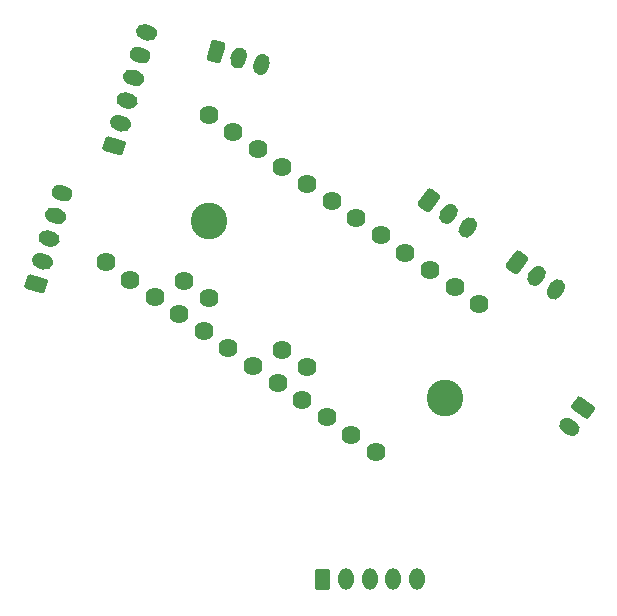
<source format=gbs>
%TF.GenerationSoftware,KiCad,Pcbnew,(5.1.6)-1*%
%TF.CreationDate,2020-06-08T00:51:22-04:00*%
%TF.ProjectId,THROTTLE_INNER_GRIP,5448524f-5454-44c4-955f-494e4e45525f,rev?*%
%TF.SameCoordinates,Original*%
%TF.FileFunction,Soldermask,Bot*%
%TF.FilePolarity,Negative*%
%FSLAX46Y46*%
G04 Gerber Fmt 4.6, Leading zero omitted, Abs format (unit mm)*
G04 Created by KiCad (PCBNEW (5.1.6)-1) date 2020-06-08 00:51:22*
%MOMM*%
%LPD*%
G01*
G04 APERTURE LIST*
%ADD10C,1.624000*%
%ADD11O,1.300000X1.850000*%
%ADD12C,3.100000*%
G04 APERTURE END LIST*
D10*
%TO.C,U1*%
X93303586Y-114337408D03*
X91222939Y-112880524D03*
X84981001Y-108509872D03*
X82900355Y-107052987D03*
X99128963Y-121517149D03*
X97048317Y-120060265D03*
X94967671Y-118603381D03*
X92887024Y-117146497D03*
X90806378Y-115689612D03*
X88725732Y-114232728D03*
X86645086Y-112775844D03*
X84564440Y-111318960D03*
X82483793Y-109862076D03*
X80403147Y-108405192D03*
X78322501Y-106948307D03*
X76241855Y-105491423D03*
X84983160Y-93007546D03*
X87063806Y-94464430D03*
X89144452Y-95921314D03*
X91225098Y-97378199D03*
X93305745Y-98835083D03*
X95386391Y-100291967D03*
X97467037Y-101748851D03*
X99547683Y-103205735D03*
X101628329Y-104662619D03*
X103708976Y-106119503D03*
X105789622Y-107576388D03*
X107870268Y-109033272D03*
%TD*%
%TO.C,COM1*%
G36*
G01*
X79803557Y-86719003D02*
X79274863Y-86567403D01*
G75*
G02*
X78829207Y-85763419I179164J624820D01*
G01*
X78829207Y-85763419D01*
G75*
G02*
X79633191Y-85317763I624820J-179164D01*
G01*
X80161885Y-85469363D01*
G75*
G02*
X80607541Y-86273347I-179164J-624820D01*
G01*
X80607541Y-86273347D01*
G75*
G02*
X79803557Y-86719003I-624820J179164D01*
G01*
G37*
G36*
G01*
X79252282Y-88641526D02*
X78723588Y-88489926D01*
G75*
G02*
X78277932Y-87685942I179164J624820D01*
G01*
X78277932Y-87685942D01*
G75*
G02*
X79081916Y-87240286I624820J-179164D01*
G01*
X79610610Y-87391886D01*
G75*
G02*
X80056266Y-88195870I-179164J-624820D01*
G01*
X80056266Y-88195870D01*
G75*
G02*
X79252282Y-88641526I-624820J179164D01*
G01*
G37*
G36*
G01*
X78701007Y-90564050D02*
X78172313Y-90412450D01*
G75*
G02*
X77726657Y-89608466I179164J624820D01*
G01*
X77726657Y-89608466D01*
G75*
G02*
X78530641Y-89162810I624820J-179164D01*
G01*
X79059335Y-89314410D01*
G75*
G02*
X79504991Y-90118394I-179164J-624820D01*
G01*
X79504991Y-90118394D01*
G75*
G02*
X78701007Y-90564050I-624820J179164D01*
G01*
G37*
G36*
G01*
X78149732Y-92486573D02*
X77621038Y-92334973D01*
G75*
G02*
X77175382Y-91530989I179164J624820D01*
G01*
X77175382Y-91530989D01*
G75*
G02*
X77979366Y-91085333I624820J-179164D01*
G01*
X78508060Y-91236933D01*
G75*
G02*
X78953716Y-92040917I-179164J-624820D01*
G01*
X78953716Y-92040917D01*
G75*
G02*
X78149732Y-92486573I-624820J179164D01*
G01*
G37*
G36*
G01*
X77598458Y-94409097D02*
X77069764Y-94257497D01*
G75*
G02*
X76624108Y-93453513I179164J624820D01*
G01*
X76624108Y-93453513D01*
G75*
G02*
X77428092Y-93007857I624820J-179164D01*
G01*
X77956786Y-93159457D01*
G75*
G02*
X78402442Y-93963441I-179164J-624820D01*
G01*
X78402442Y-93963441D01*
G75*
G02*
X77598458Y-94409097I-624820J179164D01*
G01*
G37*
G36*
G01*
X77411662Y-96436133D02*
X76154009Y-96075507D01*
G75*
G02*
X75968320Y-95740516I74651J260340D01*
G01*
X76177346Y-95011556D01*
G75*
G02*
X76512337Y-94825867I260340J-74651D01*
G01*
X77769991Y-95186493D01*
G75*
G02*
X77955680Y-95521484I-74651J-260340D01*
G01*
X77746654Y-96250444D01*
G75*
G02*
X77411663Y-96436133I-260340J74651D01*
G01*
G37*
%TD*%
%TO.C,SP1*%
G36*
G01*
X113686026Y-107632948D02*
X114001493Y-107182414D01*
G75*
G02*
X114906767Y-107022790I532449J-372825D01*
G01*
X114906767Y-107022790D01*
G75*
G02*
X115066391Y-107928064I-372825J-532449D01*
G01*
X114750923Y-108378598D01*
G75*
G02*
X113845649Y-108538222I-532449J372825D01*
G01*
X113845649Y-108538222D01*
G75*
G02*
X113686025Y-107632948I372825J532449D01*
G01*
G37*
G36*
G01*
X112047722Y-106485795D02*
X112363189Y-106035261D01*
G75*
G02*
X113268463Y-105875637I532449J-372825D01*
G01*
X113268463Y-105875637D01*
G75*
G02*
X113428087Y-106780911I-372825J-532449D01*
G01*
X113112619Y-107231445D01*
G75*
G02*
X112207345Y-107391069I-532449J372825D01*
G01*
X112207345Y-107391069D01*
G75*
G02*
X112047721Y-106485795I372825J532449D01*
G01*
G37*
G36*
G01*
X110191936Y-105649238D02*
X110942366Y-104577512D01*
G75*
G02*
X111319562Y-104511002I221853J-155343D01*
G01*
X111940755Y-104945966D01*
G75*
G02*
X112007265Y-105323162I-155343J-221853D01*
G01*
X111256834Y-106394888D01*
G75*
G02*
X110879638Y-106461398I-221853J155343D01*
G01*
X110258445Y-106026434D01*
G75*
G02*
X110191935Y-105649238I155343J221853D01*
G01*
G37*
%TD*%
%TO.C,CM1*%
G36*
G01*
X88742427Y-88817732D02*
X88894027Y-88289038D01*
G75*
G02*
X89698011Y-87843382I624820J-179164D01*
G01*
X89698011Y-87843382D01*
G75*
G02*
X90143667Y-88647366I-179164J-624820D01*
G01*
X89992067Y-89176060D01*
G75*
G02*
X89188083Y-89621716I-624820J179164D01*
G01*
X89188083Y-89621716D01*
G75*
G02*
X88742427Y-88817732I179164J624820D01*
G01*
G37*
G36*
G01*
X86819903Y-88266458D02*
X86971503Y-87737764D01*
G75*
G02*
X87775487Y-87292108I624820J-179164D01*
G01*
X87775487Y-87292108D01*
G75*
G02*
X88221143Y-88096092I-179164J-624820D01*
G01*
X88069543Y-88624786D01*
G75*
G02*
X87265559Y-89070442I-624820J179164D01*
G01*
X87265559Y-89070442D01*
G75*
G02*
X86819903Y-88266458I179164J624820D01*
G01*
G37*
G36*
G01*
X84792867Y-88079662D02*
X85153493Y-86822009D01*
G75*
G02*
X85488484Y-86636320I260340J-74651D01*
G01*
X86217444Y-86845346D01*
G75*
G02*
X86403133Y-87180337I-74651J-260340D01*
G01*
X86042507Y-88437991D01*
G75*
G02*
X85707516Y-88623680I-260340J74651D01*
G01*
X84978556Y-88414654D01*
G75*
G02*
X84792867Y-88079663I74651J260340D01*
G01*
G37*
%TD*%
%TO.C,JOY1*%
G36*
G01*
X72648282Y-100325526D02*
X72119588Y-100173926D01*
G75*
G02*
X71673932Y-99369942I179164J624820D01*
G01*
X71673932Y-99369942D01*
G75*
G02*
X72477916Y-98924286I624820J-179164D01*
G01*
X73006610Y-99075886D01*
G75*
G02*
X73452266Y-99879870I-179164J-624820D01*
G01*
X73452266Y-99879870D01*
G75*
G02*
X72648282Y-100325526I-624820J179164D01*
G01*
G37*
G36*
G01*
X72097007Y-102248050D02*
X71568313Y-102096450D01*
G75*
G02*
X71122657Y-101292466I179164J624820D01*
G01*
X71122657Y-101292466D01*
G75*
G02*
X71926641Y-100846810I624820J-179164D01*
G01*
X72455335Y-100998410D01*
G75*
G02*
X72900991Y-101802394I-179164J-624820D01*
G01*
X72900991Y-101802394D01*
G75*
G02*
X72097007Y-102248050I-624820J179164D01*
G01*
G37*
G36*
G01*
X71545732Y-104170573D02*
X71017038Y-104018973D01*
G75*
G02*
X70571382Y-103214989I179164J624820D01*
G01*
X70571382Y-103214989D01*
G75*
G02*
X71375366Y-102769333I624820J-179164D01*
G01*
X71904060Y-102920933D01*
G75*
G02*
X72349716Y-103724917I-179164J-624820D01*
G01*
X72349716Y-103724917D01*
G75*
G02*
X71545732Y-104170573I-624820J179164D01*
G01*
G37*
G36*
G01*
X70994458Y-106093097D02*
X70465764Y-105941497D01*
G75*
G02*
X70020108Y-105137513I179164J624820D01*
G01*
X70020108Y-105137513D01*
G75*
G02*
X70824092Y-104691857I624820J-179164D01*
G01*
X71352786Y-104843457D01*
G75*
G02*
X71798442Y-105647441I-179164J-624820D01*
G01*
X71798442Y-105647441D01*
G75*
G02*
X70994458Y-106093097I-624820J179164D01*
G01*
G37*
G36*
G01*
X70807662Y-108120133D02*
X69550009Y-107759507D01*
G75*
G02*
X69364320Y-107424516I74651J260340D01*
G01*
X69573346Y-106695556D01*
G75*
G02*
X69908337Y-106509867I260340J-74651D01*
G01*
X71165991Y-106870493D01*
G75*
G02*
X71351680Y-107205484I-74651J-260340D01*
G01*
X71142654Y-107934444D01*
G75*
G02*
X70807663Y-108120133I-260340J74651D01*
G01*
G37*
%TD*%
D11*
%TO.C,J2*%
X102615000Y-132334000D03*
X100615000Y-132334000D03*
X98615000Y-132334000D03*
X96615000Y-132334000D03*
G36*
G01*
X93965000Y-132988168D02*
X93965000Y-131679832D01*
G75*
G02*
X94235832Y-131409000I270832J0D01*
G01*
X94994168Y-131409000D01*
G75*
G02*
X95265000Y-131679832I0J-270832D01*
G01*
X95265000Y-132988168D01*
G75*
G02*
X94994168Y-133259000I-270832J0D01*
G01*
X94235832Y-133259000D01*
G75*
G02*
X93965000Y-132988168I0J270832D01*
G01*
G37*
%TD*%
%TO.C,CAGE1*%
G36*
G01*
X115662605Y-118727922D02*
X116113139Y-119043389D01*
G75*
G02*
X116272763Y-119948663I-372825J-532449D01*
G01*
X116272763Y-119948663D01*
G75*
G02*
X115367489Y-120108287I-532449J372825D01*
G01*
X114916955Y-119792819D01*
G75*
G02*
X114757331Y-118887545I372825J532449D01*
G01*
X114757331Y-118887545D01*
G75*
G02*
X115662605Y-118727921I532449J-372825D01*
G01*
G37*
G36*
G01*
X116499162Y-116872136D02*
X117570888Y-117622566D01*
G75*
G02*
X117637398Y-117999762I-155343J-221853D01*
G01*
X117202434Y-118620955D01*
G75*
G02*
X116825238Y-118687465I-221853J155343D01*
G01*
X115753512Y-117937034D01*
G75*
G02*
X115687002Y-117559838I155343J221853D01*
G01*
X116121966Y-116938645D01*
G75*
G02*
X116499162Y-116872135I221853J-155343D01*
G01*
G37*
%TD*%
%TO.C,ANT1*%
G36*
G01*
X106227378Y-102383981D02*
X106542845Y-101933447D01*
G75*
G02*
X107448119Y-101773823I532449J-372825D01*
G01*
X107448119Y-101773823D01*
G75*
G02*
X107607743Y-102679097I-372825J-532449D01*
G01*
X107292275Y-103129631D01*
G75*
G02*
X106387001Y-103289255I-532449J372825D01*
G01*
X106387001Y-103289255D01*
G75*
G02*
X106227377Y-102383981I372825J532449D01*
G01*
G37*
G36*
G01*
X104589074Y-101236828D02*
X104904541Y-100786294D01*
G75*
G02*
X105809815Y-100626670I532449J-372825D01*
G01*
X105809815Y-100626670D01*
G75*
G02*
X105969439Y-101531944I-372825J-532449D01*
G01*
X105653971Y-101982478D01*
G75*
G02*
X104748697Y-102142102I-532449J372825D01*
G01*
X104748697Y-102142102D01*
G75*
G02*
X104589073Y-101236828I372825J532449D01*
G01*
G37*
G36*
G01*
X102733288Y-100400271D02*
X103483718Y-99328545D01*
G75*
G02*
X103860914Y-99262035I221853J-155343D01*
G01*
X104482107Y-99696999D01*
G75*
G02*
X104548617Y-100074195I-155343J-221853D01*
G01*
X103798186Y-101145921D01*
G75*
G02*
X103420990Y-101212431I-221853J155343D01*
G01*
X102799797Y-100777467D01*
G75*
G02*
X102733287Y-100400271I155343J221853D01*
G01*
G37*
%TD*%
D12*
%TO.C,H1*%
X105000000Y-117000000D03*
%TD*%
%TO.C,H4*%
X85000000Y-102000000D03*
%TD*%
M02*

</source>
